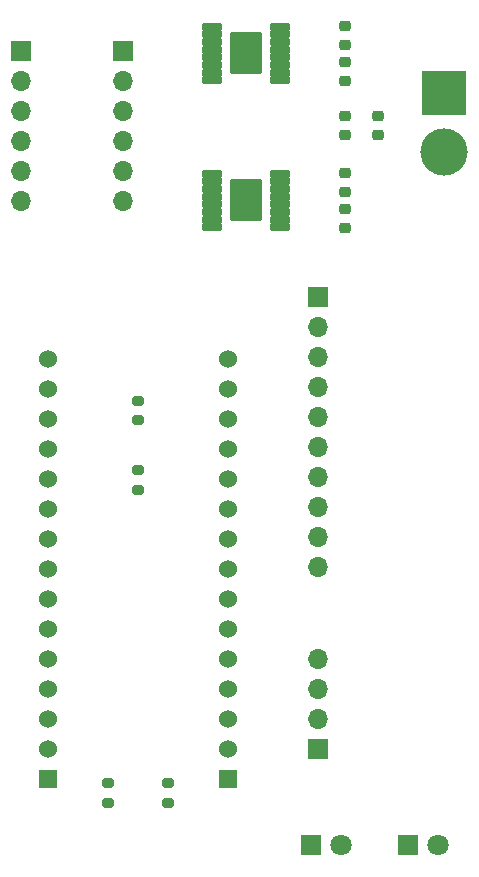
<source format=gbr>
%TF.GenerationSoftware,KiCad,Pcbnew,(6.0.7)*%
%TF.CreationDate,2023-08-30T15:26:21+09:00*%
%TF.ProjectId,graduate-project,67726164-7561-4746-952d-70726f6a6563,rev?*%
%TF.SameCoordinates,Original*%
%TF.FileFunction,Soldermask,Top*%
%TF.FilePolarity,Negative*%
%FSLAX46Y46*%
G04 Gerber Fmt 4.6, Leading zero omitted, Abs format (unit mm)*
G04 Created by KiCad (PCBNEW (6.0.7)) date 2023-08-30 15:26:21*
%MOMM*%
%LPD*%
G01*
G04 APERTURE LIST*
G04 Aperture macros list*
%AMRoundRect*
0 Rectangle with rounded corners*
0 $1 Rounding radius*
0 $2 $3 $4 $5 $6 $7 $8 $9 X,Y pos of 4 corners*
0 Add a 4 corners polygon primitive as box body*
4,1,4,$2,$3,$4,$5,$6,$7,$8,$9,$2,$3,0*
0 Add four circle primitives for the rounded corners*
1,1,$1+$1,$2,$3*
1,1,$1+$1,$4,$5*
1,1,$1+$1,$6,$7*
1,1,$1+$1,$8,$9*
0 Add four rect primitives between the rounded corners*
20,1,$1+$1,$2,$3,$4,$5,0*
20,1,$1+$1,$4,$5,$6,$7,0*
20,1,$1+$1,$6,$7,$8,$9,0*
20,1,$1+$1,$8,$9,$2,$3,0*%
G04 Aperture macros list end*
%ADD10RoundRect,0.122500X-0.764500X-0.184500X0.764500X-0.184500X0.764500X0.184500X-0.764500X0.184500X0*%
%ADD11RoundRect,0.102000X-1.240000X-1.700000X1.240000X-1.700000X1.240000X1.700000X-1.240000X1.700000X0*%
%ADD12R,1.700000X1.700000*%
%ADD13O,1.700000X1.700000*%
%ADD14R,1.800000X1.800000*%
%ADD15C,1.800000*%
%ADD16RoundRect,0.200000X0.275000X-0.200000X0.275000X0.200000X-0.275000X0.200000X-0.275000X-0.200000X0*%
%ADD17RoundRect,0.225000X0.250000X-0.225000X0.250000X0.225000X-0.250000X0.225000X-0.250000X-0.225000X0*%
%ADD18RoundRect,0.225000X-0.250000X0.225000X-0.250000X-0.225000X0.250000X-0.225000X0.250000X0.225000X0*%
%ADD19R,1.530000X1.530000*%
%ADD20C,1.530000*%
%ADD21R,3.800000X3.800000*%
%ADD22C,4.000000*%
G04 APERTURE END LIST*
D10*
%TO.C,U2*%
X69774000Y-53605000D03*
X69774000Y-54255000D03*
X69774000Y-54905000D03*
X69774000Y-55555000D03*
X69774000Y-56205000D03*
X69774000Y-56855000D03*
X69774000Y-57505000D03*
X69774000Y-58155000D03*
X75514000Y-58155000D03*
X75514000Y-57505000D03*
X75514000Y-56855000D03*
X75514000Y-56205000D03*
X75514000Y-55555000D03*
X75514000Y-54905000D03*
X75514000Y-54255000D03*
X75514000Y-53605000D03*
D11*
X72644000Y-55880000D03*
%TD*%
D10*
%TO.C,U3*%
X69774000Y-41159000D03*
X69774000Y-41809000D03*
X69774000Y-42459000D03*
X69774000Y-43109000D03*
X69774000Y-43759000D03*
X69774000Y-44409000D03*
X69774000Y-45059000D03*
X69774000Y-45709000D03*
X75514000Y-45709000D03*
X75514000Y-45059000D03*
X75514000Y-44409000D03*
X75514000Y-43759000D03*
X75514000Y-43109000D03*
X75514000Y-42459000D03*
X75514000Y-41809000D03*
X75514000Y-41159000D03*
D11*
X72644000Y-43434000D03*
%TD*%
D12*
%TO.C,J2*%
X78765000Y-64038000D03*
D13*
X78765000Y-66578000D03*
X78765000Y-69118000D03*
X78765000Y-71658000D03*
X78765000Y-74198000D03*
X78765000Y-76738000D03*
X78765000Y-79278000D03*
X78765000Y-81818000D03*
X78765000Y-84358000D03*
X78765000Y-86898000D03*
%TD*%
D14*
%TO.C,D1*%
X78100000Y-110490000D03*
D15*
X80640000Y-110490000D03*
%TD*%
D16*
%TO.C,R2*%
X63500000Y-80390000D03*
X63500000Y-78740000D03*
%TD*%
D17*
%TO.C,C3*%
X81026000Y-55131000D03*
X81026000Y-53581000D03*
%TD*%
D18*
%TO.C,C2*%
X81026000Y-44183000D03*
X81026000Y-45733000D03*
%TD*%
D16*
%TO.C,R1*%
X63500000Y-74485000D03*
X63500000Y-72835000D03*
%TD*%
D14*
%TO.C,D2*%
X86355000Y-110490000D03*
D15*
X88895000Y-110490000D03*
%TD*%
D16*
%TO.C,R4*%
X66040000Y-106870000D03*
X66040000Y-105220000D03*
%TD*%
%TO.C,R5*%
X60960000Y-106870000D03*
X60960000Y-105220000D03*
%TD*%
D19*
%TO.C,U1*%
X71120000Y-104861000D03*
D20*
X71120000Y-102321000D03*
X71120000Y-99781000D03*
X71120000Y-97241000D03*
X71120000Y-94701000D03*
X71120000Y-92161000D03*
X71120000Y-89621000D03*
X71120000Y-87081000D03*
X71120000Y-84541000D03*
X71120000Y-82001000D03*
X71120000Y-79461000D03*
X71120000Y-76921000D03*
X71120000Y-74381000D03*
X71120000Y-71841000D03*
X71120000Y-69301000D03*
D19*
X55880000Y-104861000D03*
D20*
X55880000Y-102321000D03*
X55880000Y-99781000D03*
X55880000Y-97241000D03*
X55880000Y-94701000D03*
X55880000Y-92161000D03*
X55880000Y-89621000D03*
X55880000Y-87081000D03*
X55880000Y-84541000D03*
X55880000Y-82001000D03*
X55880000Y-79461000D03*
X55880000Y-76921000D03*
X55880000Y-74381000D03*
X55880000Y-71841000D03*
X55880000Y-69301000D03*
%TD*%
D18*
%TO.C,C5*%
X83820000Y-48755000D03*
X83820000Y-50305000D03*
%TD*%
D12*
%TO.C,J5*%
X53619000Y-43205000D03*
D13*
X53619000Y-45745000D03*
X53619000Y-48285000D03*
X53619000Y-50825000D03*
X53619000Y-53365000D03*
X53619000Y-55905000D03*
%TD*%
D18*
%TO.C,C6*%
X81026000Y-48755000D03*
X81026000Y-50305000D03*
%TD*%
D12*
%TO.C,J3*%
X78740000Y-102362000D03*
D13*
X78740000Y-99822000D03*
X78740000Y-97282000D03*
X78740000Y-94742000D03*
%TD*%
D21*
%TO.C,J1*%
X89408000Y-46776000D03*
D22*
X89408000Y-51776000D03*
%TD*%
D18*
%TO.C,C4*%
X81026000Y-56629000D03*
X81026000Y-58179000D03*
%TD*%
D17*
%TO.C,C1*%
X81026000Y-42685000D03*
X81026000Y-41135000D03*
%TD*%
D13*
%TO.C,J4*%
X62255000Y-55905000D03*
X62255000Y-53365000D03*
X62255000Y-50825000D03*
X62255000Y-48285000D03*
X62255000Y-45745000D03*
D12*
X62255000Y-43205000D03*
%TD*%
M02*

</source>
